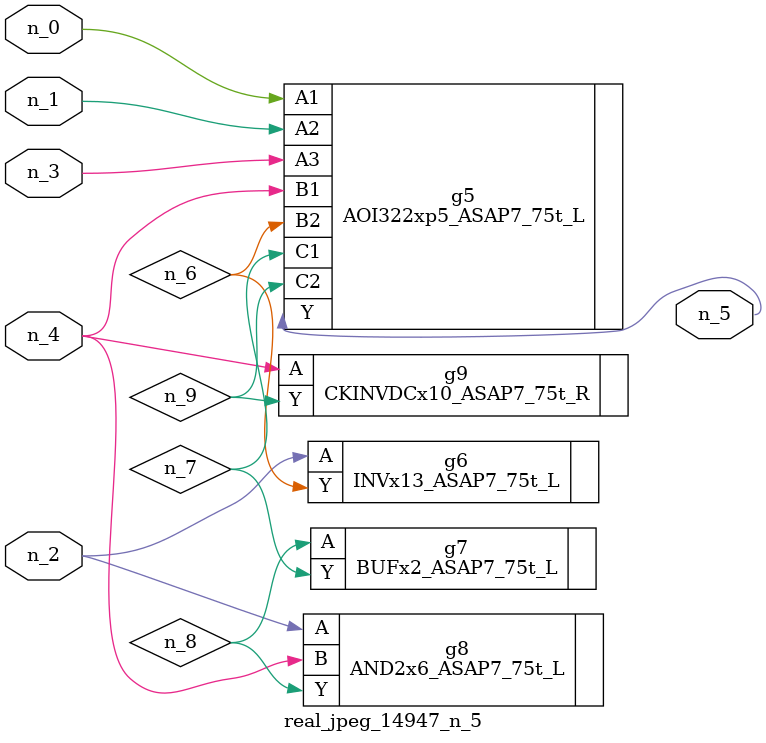
<source format=v>
module real_jpeg_14947_n_5 (n_4, n_0, n_1, n_2, n_3, n_5);

input n_4;
input n_0;
input n_1;
input n_2;
input n_3;

output n_5;

wire n_8;
wire n_6;
wire n_7;
wire n_9;

AOI322xp5_ASAP7_75t_L g5 ( 
.A1(n_0),
.A2(n_1),
.A3(n_3),
.B1(n_4),
.B2(n_6),
.C1(n_7),
.C2(n_9),
.Y(n_5)
);

INVx13_ASAP7_75t_L g6 ( 
.A(n_2),
.Y(n_6)
);

AND2x6_ASAP7_75t_L g8 ( 
.A(n_2),
.B(n_4),
.Y(n_8)
);

CKINVDCx10_ASAP7_75t_R g9 ( 
.A(n_4),
.Y(n_9)
);

BUFx2_ASAP7_75t_L g7 ( 
.A(n_8),
.Y(n_7)
);


endmodule
</source>
